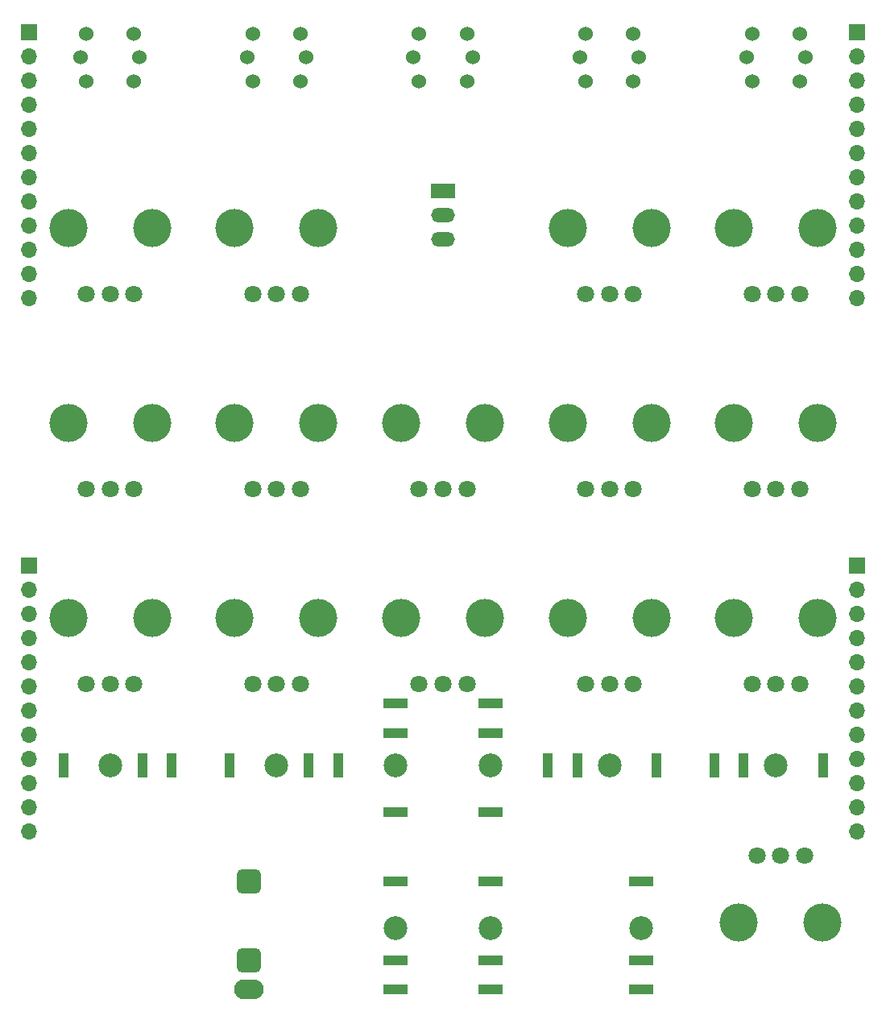
<source format=gbr>
%TF.GenerationSoftware,KiCad,Pcbnew,(6.0.8)*%
%TF.CreationDate,2022-10-20T13:08:20+01:00*%
%TF.ProjectId,Punck_Controls,50756e63-6b5f-4436-9f6e-74726f6c732e,rev?*%
%TF.SameCoordinates,Original*%
%TF.FileFunction,Soldermask,Bot*%
%TF.FilePolarity,Negative*%
%FSLAX46Y46*%
G04 Gerber Fmt 4.6, Leading zero omitted, Abs format (unit mm)*
G04 Created by KiCad (PCBNEW (6.0.8)) date 2022-10-20 13:08:20*
%MOMM*%
%LPD*%
G01*
G04 APERTURE LIST*
G04 Aperture macros list*
%AMRoundRect*
0 Rectangle with rounded corners*
0 $1 Rounding radius*
0 $2 $3 $4 $5 $6 $7 $8 $9 X,Y pos of 4 corners*
0 Add a 4 corners polygon primitive as box body*
4,1,4,$2,$3,$4,$5,$6,$7,$8,$9,$2,$3,0*
0 Add four circle primitives for the rounded corners*
1,1,$1+$1,$2,$3*
1,1,$1+$1,$4,$5*
1,1,$1+$1,$6,$7*
1,1,$1+$1,$8,$9*
0 Add four rect primitives between the rounded corners*
20,1,$1+$1,$2,$3,$4,$5,0*
20,1,$1+$1,$4,$5,$6,$7,0*
20,1,$1+$1,$6,$7,$8,$9,0*
20,1,$1+$1,$8,$9,$2,$3,0*%
G04 Aperture macros list end*
%ADD10C,1.524000*%
%ADD11C,2.500000*%
%ADD12R,2.500000X1.000000*%
%ADD13R,1.000000X2.500000*%
%ADD14C,4.000000*%
%ADD15C,1.800000*%
%ADD16RoundRect,0.650000X-0.650000X-0.650000X0.650000X-0.650000X0.650000X0.650000X-0.650000X0.650000X0*%
%ADD17O,3.100000X2.100000*%
%ADD18R,2.500000X1.500000*%
%ADD19O,2.500000X1.500000*%
%ADD20R,1.700000X1.700000*%
%ADD21O,1.700000X1.700000*%
G04 APERTURE END LIST*
D10*
%TO.C,BTN4*%
X130600000Y-56100000D03*
X135600000Y-56100000D03*
X130600000Y-61100000D03*
X135600000Y-61100000D03*
X130000000Y-58600000D03*
X136200000Y-58600000D03*
%TD*%
%TO.C,BTN2*%
X95600000Y-56100000D03*
X100600000Y-56100000D03*
X95600000Y-61100000D03*
X100600000Y-61100000D03*
X95000000Y-58600000D03*
X101200000Y-58600000D03*
%TD*%
D11*
%TO.C,J14*%
X120600000Y-150100000D03*
D12*
X120600000Y-156580000D03*
X120600000Y-153480000D03*
X120600000Y-145180000D03*
%TD*%
D11*
%TO.C,J6*%
X110600000Y-133000000D03*
D12*
X110600000Y-126520000D03*
X110600000Y-129620000D03*
X110600000Y-137920000D03*
%TD*%
D11*
%TO.C,J10*%
X80600000Y-133000000D03*
D13*
X87080000Y-133000000D03*
X83980000Y-133000000D03*
X75680000Y-133000000D03*
%TD*%
D14*
%TO.C,Kick_Decay_Pot1*%
X76200000Y-97000000D03*
X85000000Y-97000000D03*
D15*
X83100000Y-104000000D03*
X80600000Y-104000000D03*
X78100000Y-104000000D03*
%TD*%
D11*
%TO.C,J12*%
X136400000Y-150100000D03*
D12*
X136400000Y-156580000D03*
X136400000Y-153480000D03*
X136400000Y-145180000D03*
%TD*%
D16*
%TO.C,J15*%
X95200000Y-153480000D03*
D17*
X95200000Y-156580000D03*
D16*
X95200000Y-145180000D03*
%TD*%
D14*
%TO.C,SampleB_Level_Pot1*%
X146200000Y-117500000D03*
X155000000Y-117500000D03*
D15*
X153100000Y-124500000D03*
X150600000Y-124500000D03*
X148100000Y-124500000D03*
%TD*%
D11*
%TO.C,J13*%
X110600000Y-150100000D03*
D12*
X110600000Y-156580000D03*
X110600000Y-153480000D03*
X110600000Y-145180000D03*
%TD*%
D14*
%TO.C,SampleB_Speed_Pot1*%
X146200000Y-97000000D03*
X155000000Y-97000000D03*
D15*
X153100000Y-104000000D03*
X150600000Y-104000000D03*
X148100000Y-104000000D03*
%TD*%
D14*
%TO.C,SampleA_Level_Pot1*%
X128700000Y-117500000D03*
X137500000Y-117500000D03*
D15*
X135600000Y-124500000D03*
X133100000Y-124500000D03*
X130600000Y-124500000D03*
%TD*%
D14*
%TO.C,Kick_Attack_Pot1*%
X85000000Y-76500000D03*
X76200000Y-76500000D03*
D15*
X83100000Y-83500000D03*
X80600000Y-83500000D03*
X78100000Y-83500000D03*
%TD*%
D14*
%TO.C,Snare_Tuning_Pot1*%
X102500000Y-97000000D03*
X93700000Y-97000000D03*
D15*
X100600000Y-104000000D03*
X98100000Y-104000000D03*
X95600000Y-104000000D03*
%TD*%
D11*
%TO.C,J5*%
X98100000Y-133000000D03*
D13*
X104580000Y-133000000D03*
X101480000Y-133000000D03*
X93180000Y-133000000D03*
%TD*%
D10*
%TO.C,BTN5*%
X148100000Y-56100000D03*
X153100000Y-56100000D03*
X148100000Y-61100000D03*
X153100000Y-61100000D03*
X147500000Y-58600000D03*
X153700000Y-58600000D03*
%TD*%
D11*
%TO.C,J7*%
X120600000Y-133000000D03*
D12*
X120600000Y-126520000D03*
X120600000Y-129620000D03*
X120600000Y-137920000D03*
%TD*%
D10*
%TO.C,BTN3*%
X113100000Y-56100000D03*
X118100000Y-56100000D03*
X113100000Y-61100000D03*
X118100000Y-61100000D03*
X112500000Y-58600000D03*
X118700000Y-58600000D03*
%TD*%
%TO.C,BTN1*%
X78100000Y-56100000D03*
X83100000Y-56100000D03*
X78100000Y-61100000D03*
X83100000Y-61100000D03*
X77500000Y-58600000D03*
X83700000Y-58600000D03*
%TD*%
D14*
%TO.C,Snare_Filter_Pot1*%
X102500000Y-76500000D03*
X93700000Y-76500000D03*
D15*
X100600000Y-83500000D03*
X98100000Y-83500000D03*
X95600000Y-83500000D03*
%TD*%
D14*
%TO.C,SampleB_Voice_Pot1*%
X155000000Y-76500000D03*
X146200000Y-76500000D03*
D15*
X153100000Y-83500000D03*
X150600000Y-83500000D03*
X148100000Y-83500000D03*
%TD*%
D18*
%TO.C,BTN_MODE1*%
X115600000Y-72660000D03*
D19*
X115600000Y-75200000D03*
X115600000Y-77740000D03*
%TD*%
D14*
%TO.C,Kick_Level_Pot1*%
X76200000Y-117500000D03*
X85000000Y-117500000D03*
D15*
X83100000Y-124500000D03*
X80600000Y-124500000D03*
X78100000Y-124500000D03*
%TD*%
D14*
%TO.C,HiHat_Decay_Pot1*%
X111200000Y-97000000D03*
X120000000Y-97000000D03*
D15*
X118100000Y-104000000D03*
X115600000Y-104000000D03*
X113100000Y-104000000D03*
%TD*%
D14*
%TO.C,Tempo_Pot1*%
X146700000Y-149500000D03*
X155500000Y-149500000D03*
D15*
X148600000Y-142500000D03*
X151100000Y-142500000D03*
X153600000Y-142500000D03*
%TD*%
D11*
%TO.C,J9*%
X150600000Y-133000000D03*
D13*
X144120000Y-133000000D03*
X147220000Y-133000000D03*
X155520000Y-133000000D03*
%TD*%
D14*
%TO.C,Snare_Level_Pot1*%
X102500000Y-117500000D03*
X93700000Y-117500000D03*
D15*
X100600000Y-124500000D03*
X98100000Y-124500000D03*
X95600000Y-124500000D03*
%TD*%
D14*
%TO.C,HiHat_Level_Pot1*%
X111200000Y-117500000D03*
X120000000Y-117500000D03*
D15*
X118100000Y-124500000D03*
X115600000Y-124500000D03*
X113100000Y-124500000D03*
%TD*%
D11*
%TO.C,J8*%
X133100000Y-133000000D03*
D13*
X126620000Y-133000000D03*
X129720000Y-133000000D03*
X138020000Y-133000000D03*
%TD*%
D14*
%TO.C,SampleA_Speed_Pot1*%
X128700000Y-97000000D03*
X137500000Y-97000000D03*
D15*
X135600000Y-104000000D03*
X133100000Y-104000000D03*
X130600000Y-104000000D03*
%TD*%
D14*
%TO.C,SampleA_Voice_Pot1*%
X137500000Y-76500000D03*
X128700000Y-76500000D03*
D15*
X135600000Y-83500000D03*
X133100000Y-83500000D03*
X130600000Y-83500000D03*
%TD*%
D20*
%TO.C,J2*%
X159100000Y-112000000D03*
D21*
X159100000Y-114540000D03*
X159100000Y-117080000D03*
X159100000Y-119620000D03*
X159100000Y-122160000D03*
X159100000Y-124700000D03*
X159100000Y-127240000D03*
X159100000Y-129780000D03*
X159100000Y-132320000D03*
X159100000Y-134860000D03*
X159100000Y-137400000D03*
X159100000Y-139940000D03*
%TD*%
D20*
%TO.C,J4*%
X72100000Y-112000000D03*
D21*
X72100000Y-114540000D03*
X72100000Y-117080000D03*
X72100000Y-119620000D03*
X72100000Y-122160000D03*
X72100000Y-124700000D03*
X72100000Y-127240000D03*
X72100000Y-129780000D03*
X72100000Y-132320000D03*
X72100000Y-134860000D03*
X72100000Y-137400000D03*
X72100000Y-139940000D03*
%TD*%
D20*
%TO.C,J3*%
X72100000Y-56000000D03*
D21*
X72100000Y-58540000D03*
X72100000Y-61080000D03*
X72100000Y-63620000D03*
X72100000Y-66160000D03*
X72100000Y-68700000D03*
X72100000Y-71240000D03*
X72100000Y-73780000D03*
X72100000Y-76320000D03*
X72100000Y-78860000D03*
X72100000Y-81400000D03*
X72100000Y-83940000D03*
%TD*%
D20*
%TO.C,J1*%
X159100000Y-56000000D03*
D21*
X159100000Y-58540000D03*
X159100000Y-61080000D03*
X159100000Y-63620000D03*
X159100000Y-66160000D03*
X159100000Y-68700000D03*
X159100000Y-71240000D03*
X159100000Y-73780000D03*
X159100000Y-76320000D03*
X159100000Y-78860000D03*
X159100000Y-81400000D03*
X159100000Y-83940000D03*
%TD*%
M02*

</source>
